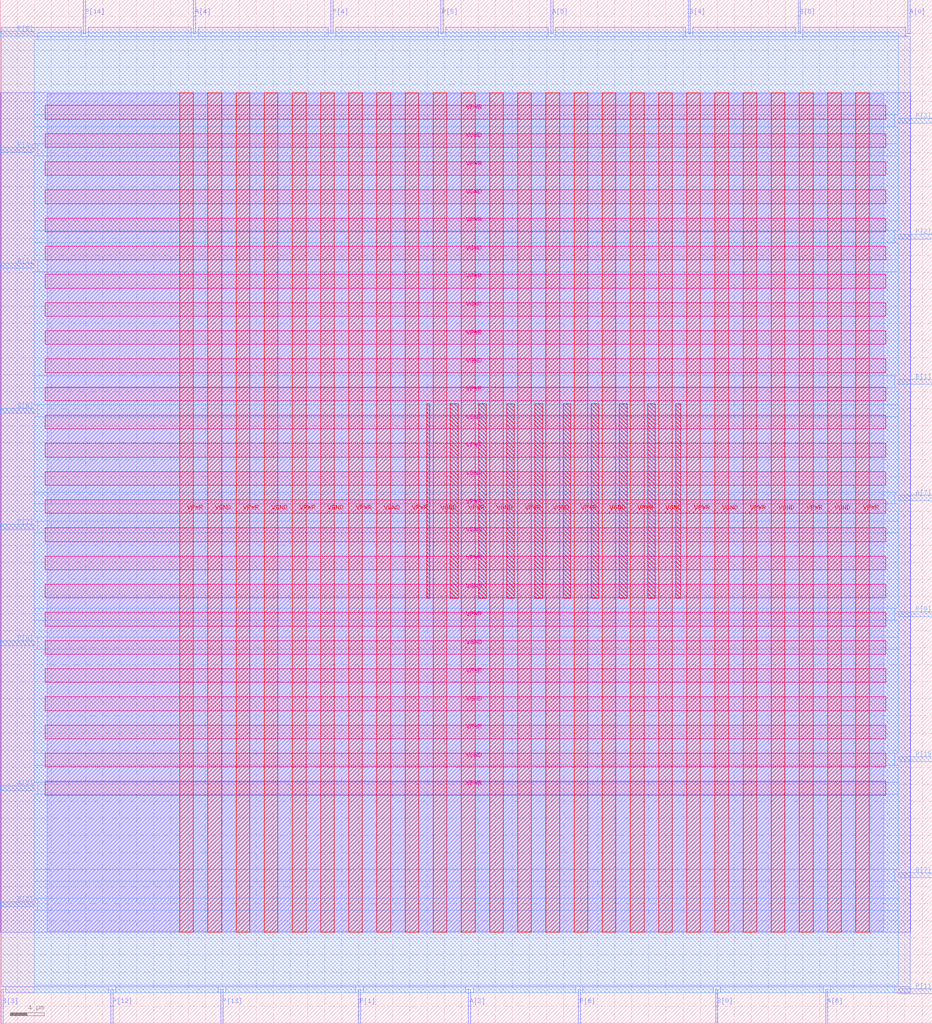
<source format=lef>
VERSION 5.7 ;
  NOWIREEXTENSIONATPIN ON ;
  DIVIDERCHAR "/" ;
  BUSBITCHARS "[]" ;
MACRO mbe
  CLASS BLOCK ;
  FOREIGN mbe ;
  ORIGIN 0.000 0.000 ;
  SIZE 109.195 BY 119.915 ;
  PIN A[0]
    DIRECTION INPUT ;
    USE SIGNAL ;
    ANTENNAGATEAREA 0.495000 ;
    PORT
      LAYER met2 ;
        RECT 106.350 115.915 106.630 119.915 ;
    END
  END A[0]
  PIN A[1]
    DIRECTION INPUT ;
    USE SIGNAL ;
    ANTENNAGATEAREA 0.196500 ;
    PORT
      LAYER met3 ;
        RECT 0.000 88.440 4.000 89.040 ;
    END
  END A[1]
  PIN A[2]
    DIRECTION INPUT ;
    USE SIGNAL ;
    ANTENNAGATEAREA 0.247500 ;
    PORT
      LAYER met3 ;
        RECT 0.000 27.240 4.000 27.840 ;
    END
  END A[2]
  PIN A[3]
    DIRECTION INPUT ;
    USE SIGNAL ;
    ANTENNAGATEAREA 0.213000 ;
    PORT
      LAYER met2 ;
        RECT 54.830 0.000 55.110 4.000 ;
    END
  END A[3]
  PIN A[4]
    DIRECTION INPUT ;
    USE SIGNAL ;
    ANTENNAGATEAREA 0.126000 ;
    PORT
      LAYER met2 ;
        RECT 22.630 115.915 22.910 119.915 ;
    END
  END A[4]
  PIN A[5]
    DIRECTION INPUT ;
    USE SIGNAL ;
    ANTENNAGATEAREA 0.196500 ;
    PORT
      LAYER met2 ;
        RECT 64.490 115.915 64.770 119.915 ;
    END
  END A[5]
  PIN A[6]
    DIRECTION INPUT ;
    USE SIGNAL ;
    ANTENNAGATEAREA 0.213000 ;
    PORT
      LAYER met2 ;
        RECT 96.690 0.000 96.970 4.000 ;
    END
  END A[6]
  PIN A[7]
    DIRECTION INPUT ;
    USE SIGNAL ;
    ANTENNAGATEAREA 0.159000 ;
    PORT
      LAYER met3 ;
        RECT 105.195 61.240 109.195 61.840 ;
    END
  END A[7]
  PIN B[0]
    DIRECTION INPUT ;
    USE SIGNAL ;
    ANTENNAGATEAREA 0.196500 ;
    PORT
      LAYER met2 ;
        RECT 83.810 0.000 84.090 4.000 ;
    END
  END B[0]
  PIN B[1]
    DIRECTION INPUT ;
    USE SIGNAL ;
    ANTENNAGATEAREA 0.213000 ;
    PORT
      LAYER met3 ;
        RECT 105.195 74.840 109.195 75.440 ;
    END
  END B[1]
  PIN B[2]
    DIRECTION INPUT ;
    USE SIGNAL ;
    ANTENNAGATEAREA 0.159000 ;
    PORT
      LAYER met3 ;
        RECT 0.000 13.640 4.000 14.240 ;
    END
  END B[2]
  PIN B[3]
    DIRECTION INPUT ;
    USE SIGNAL ;
    ANTENNAGATEAREA 0.159000 ;
    PORT
      LAYER met2 ;
        RECT 0.090 0.000 0.370 4.000 ;
    END
  END B[3]
  PIN B[4]
    DIRECTION INPUT ;
    USE SIGNAL ;
    ANTENNAGATEAREA 0.196500 ;
    PORT
      LAYER met2 ;
        RECT 80.590 115.915 80.870 119.915 ;
    END
  END B[4]
  PIN B[5]
    DIRECTION INPUT ;
    USE SIGNAL ;
    ANTENNAGATEAREA 0.159000 ;
    PORT
      LAYER met2 ;
        RECT 93.470 115.915 93.750 119.915 ;
    END
  END B[5]
  PIN B[6]
    DIRECTION INPUT ;
    USE SIGNAL ;
    ANTENNAGATEAREA 0.213000 ;
    PORT
      LAYER met3 ;
        RECT 0.000 71.440 4.000 72.040 ;
    END
  END B[6]
  PIN B[7]
    DIRECTION INPUT ;
    USE SIGNAL ;
    ANTENNAGATEAREA 0.196500 ;
    PORT
      LAYER met3 ;
        RECT 105.195 17.040 109.195 17.640 ;
    END
  END B[7]
  PIN P[0]
    DIRECTION OUTPUT TRISTATE ;
    USE SIGNAL ;
    ANTENNADIFFAREA 0.795200 ;
    PORT
      LAYER met3 ;
        RECT 0.000 44.240 4.000 44.840 ;
    END
  END P[0]
  PIN P[10]
    DIRECTION OUTPUT TRISTATE ;
    USE SIGNAL ;
    ANTENNADIFFAREA 0.795200 ;
    PORT
      LAYER met3 ;
        RECT 0.000 102.040 4.000 102.640 ;
    END
  END P[10]
  PIN P[11]
    DIRECTION OUTPUT TRISTATE ;
    USE SIGNAL ;
    ANTENNADIFFAREA 0.795200 ;
    PORT
      LAYER met3 ;
        RECT 105.195 3.440 109.195 4.040 ;
    END
  END P[11]
  PIN P[12]
    DIRECTION OUTPUT TRISTATE ;
    USE SIGNAL ;
    ANTENNADIFFAREA 0.795200 ;
    PORT
      LAYER met2 ;
        RECT 12.970 0.000 13.250 4.000 ;
    END
  END P[12]
  PIN P[13]
    DIRECTION OUTPUT TRISTATE ;
    USE SIGNAL ;
    ANTENNADIFFAREA 0.795200 ;
    PORT
      LAYER met2 ;
        RECT 25.850 0.000 26.130 4.000 ;
    END
  END P[13]
  PIN P[14]
    DIRECTION OUTPUT TRISTATE ;
    USE SIGNAL ;
    ANTENNADIFFAREA 0.445500 ;
    PORT
      LAYER met2 ;
        RECT 9.750 115.915 10.030 119.915 ;
    END
  END P[14]
  PIN P[15]
    DIRECTION OUTPUT TRISTATE ;
    USE SIGNAL ;
    ANTENNADIFFAREA 0.891000 ;
    PORT
      LAYER met3 ;
        RECT 105.195 30.640 109.195 31.240 ;
    END
  END P[15]
  PIN P[1]
    DIRECTION OUTPUT TRISTATE ;
    USE SIGNAL ;
    ANTENNADIFFAREA 0.795200 ;
    PORT
      LAYER met2 ;
        RECT 41.950 0.000 42.230 4.000 ;
    END
  END P[1]
  PIN P[2]
    DIRECTION OUTPUT TRISTATE ;
    USE SIGNAL ;
    ANTENNADIFFAREA 0.445500 ;
    PORT
      LAYER met3 ;
        RECT 105.195 91.840 109.195 92.440 ;
    END
  END P[2]
  PIN P[3]
    DIRECTION OUTPUT TRISTATE ;
    USE SIGNAL ;
    ANTENNADIFFAREA 0.445500 ;
    PORT
      LAYER met3 ;
        RECT 105.195 105.440 109.195 106.040 ;
    END
  END P[3]
  PIN P[4]
    DIRECTION OUTPUT TRISTATE ;
    USE SIGNAL ;
    ANTENNADIFFAREA 0.795200 ;
    PORT
      LAYER met2 ;
        RECT 38.730 115.915 39.010 119.915 ;
    END
  END P[4]
  PIN P[5]
    DIRECTION OUTPUT TRISTATE ;
    USE SIGNAL ;
    ANTENNADIFFAREA 0.445500 ;
    PORT
      LAYER met2 ;
        RECT 51.610 115.915 51.890 119.915 ;
    END
  END P[5]
  PIN P[6]
    DIRECTION OUTPUT TRISTATE ;
    USE SIGNAL ;
    ANTENNADIFFAREA 0.795200 ;
    PORT
      LAYER met2 ;
        RECT 67.710 0.000 67.990 4.000 ;
    END
  END P[6]
  PIN P[7]
    DIRECTION OUTPUT TRISTATE ;
    USE SIGNAL ;
    ANTENNADIFFAREA 0.795200 ;
    PORT
      LAYER met3 ;
        RECT 0.000 57.840 4.000 58.440 ;
    END
  END P[7]
  PIN P[8]
    DIRECTION OUTPUT TRISTATE ;
    USE SIGNAL ;
    ANTENNADIFFAREA 0.795200 ;
    PORT
      LAYER met3 ;
        RECT 0.000 115.640 4.000 116.240 ;
    END
  END P[8]
  PIN P[9]
    DIRECTION OUTPUT TRISTATE ;
    USE SIGNAL ;
    ANTENNADIFFAREA 0.795200 ;
    PORT
      LAYER met3 ;
        RECT 105.195 47.640 109.195 48.240 ;
    END
  END P[9]
  PIN VGND
    DIRECTION INOUT ;
    USE GROUND ;
    PORT
      LAYER met4 ;
        RECT 24.340 10.640 25.940 109.040 ;
    END
    PORT
      LAYER met4 ;
        RECT 30.940 10.640 32.540 109.040 ;
    END
    PORT
      LAYER met4 ;
        RECT 37.540 10.640 39.140 109.040 ;
    END
    PORT
      LAYER met4 ;
        RECT 44.140 10.640 45.740 109.040 ;
    END
    PORT
      LAYER met4 ;
        RECT 50.740 10.640 52.340 109.040 ;
    END
    PORT
      LAYER met4 ;
        RECT 57.340 10.640 58.940 109.040 ;
    END
    PORT
      LAYER met4 ;
        RECT 63.940 10.640 65.540 109.040 ;
    END
    PORT
      LAYER met4 ;
        RECT 70.540 10.640 72.140 109.040 ;
    END
    PORT
      LAYER met4 ;
        RECT 77.140 10.640 78.740 109.040 ;
    END
    PORT
      LAYER met4 ;
        RECT 83.740 10.640 85.340 109.040 ;
    END
    PORT
      LAYER met4 ;
        RECT 90.340 10.640 91.940 109.040 ;
    END
    PORT
      LAYER met4 ;
        RECT 96.940 10.640 98.540 109.040 ;
    END
    PORT
      LAYER met5 ;
        RECT 5.280 30.030 103.740 31.630 ;
    END
    PORT
      LAYER met5 ;
        RECT 5.280 36.630 103.740 38.230 ;
    END
    PORT
      LAYER met5 ;
        RECT 5.280 43.230 103.740 44.830 ;
    END
    PORT
      LAYER met5 ;
        RECT 5.280 49.830 103.740 51.430 ;
    END
    PORT
      LAYER met5 ;
        RECT 5.280 56.430 103.740 58.030 ;
    END
    PORT
      LAYER met5 ;
        RECT 5.280 63.030 103.740 64.630 ;
    END
    PORT
      LAYER met5 ;
        RECT 5.280 69.630 103.740 71.230 ;
    END
    PORT
      LAYER met5 ;
        RECT 5.280 76.230 103.740 77.830 ;
    END
    PORT
      LAYER met5 ;
        RECT 5.280 82.830 103.740 84.430 ;
    END
    PORT
      LAYER met5 ;
        RECT 5.280 89.430 103.740 91.030 ;
    END
    PORT
      LAYER met5 ;
        RECT 5.280 96.030 103.740 97.630 ;
    END
    PORT
      LAYER met5 ;
        RECT 5.280 102.630 103.740 104.230 ;
    END
  END VGND
  PIN VPWR
    DIRECTION INOUT ;
    USE POWER ;
    PORT
      LAYER met4 ;
        RECT 21.040 10.640 22.640 109.040 ;
    END
    PORT
      LAYER met4 ;
        RECT 27.640 10.640 29.240 109.040 ;
    END
    PORT
      LAYER met4 ;
        RECT 34.240 10.640 35.840 109.040 ;
    END
    PORT
      LAYER met4 ;
        RECT 40.840 10.640 42.440 109.040 ;
    END
    PORT
      LAYER met4 ;
        RECT 47.440 10.640 49.040 109.040 ;
    END
    PORT
      LAYER met4 ;
        RECT 54.040 10.640 55.640 109.040 ;
    END
    PORT
      LAYER met4 ;
        RECT 60.640 10.640 62.240 109.040 ;
    END
    PORT
      LAYER met4 ;
        RECT 67.240 10.640 68.840 109.040 ;
    END
    PORT
      LAYER met4 ;
        RECT 73.840 10.640 75.440 109.040 ;
    END
    PORT
      LAYER met4 ;
        RECT 80.440 10.640 82.040 109.040 ;
    END
    PORT
      LAYER met4 ;
        RECT 87.040 10.640 88.640 109.040 ;
    END
    PORT
      LAYER met4 ;
        RECT 93.640 10.640 95.240 109.040 ;
    END
    PORT
      LAYER met4 ;
        RECT 100.240 10.640 101.840 109.040 ;
    END
    PORT
      LAYER met5 ;
        RECT 5.280 26.730 103.740 28.330 ;
    END
    PORT
      LAYER met5 ;
        RECT 5.280 33.330 103.740 34.930 ;
    END
    PORT
      LAYER met5 ;
        RECT 5.280 39.930 103.740 41.530 ;
    END
    PORT
      LAYER met5 ;
        RECT 5.280 46.530 103.740 48.130 ;
    END
    PORT
      LAYER met5 ;
        RECT 5.280 53.130 103.740 54.730 ;
    END
    PORT
      LAYER met5 ;
        RECT 5.280 59.730 103.740 61.330 ;
    END
    PORT
      LAYER met5 ;
        RECT 5.280 66.330 103.740 67.930 ;
    END
    PORT
      LAYER met5 ;
        RECT 5.280 72.930 103.740 74.530 ;
    END
    PORT
      LAYER met5 ;
        RECT 5.280 79.530 103.740 81.130 ;
    END
    PORT
      LAYER met5 ;
        RECT 5.280 86.130 103.740 87.730 ;
    END
    PORT
      LAYER met5 ;
        RECT 5.280 92.730 103.740 94.330 ;
    END
    PORT
      LAYER met5 ;
        RECT 5.280 99.330 103.740 100.930 ;
    END
    PORT
      LAYER met5 ;
        RECT 5.280 105.930 103.740 107.530 ;
    END
  END VPWR
  OBS
      LAYER li1 ;
        RECT 5.520 10.795 103.500 108.885 ;
      LAYER met1 ;
        RECT 0.070 10.640 106.650 109.040 ;
      LAYER met2 ;
        RECT 0.100 115.635 9.470 116.690 ;
        RECT 10.310 115.635 22.350 116.690 ;
        RECT 23.190 115.635 38.450 116.690 ;
        RECT 39.290 115.635 51.330 116.690 ;
        RECT 52.170 115.635 64.210 116.690 ;
        RECT 65.050 115.635 80.310 116.690 ;
        RECT 81.150 115.635 93.190 116.690 ;
        RECT 94.030 115.635 106.070 116.690 ;
        RECT 0.100 4.280 106.620 115.635 ;
        RECT 0.650 3.555 12.690 4.280 ;
        RECT 13.530 3.555 25.570 4.280 ;
        RECT 26.410 3.555 41.670 4.280 ;
        RECT 42.510 3.555 54.550 4.280 ;
        RECT 55.390 3.555 67.430 4.280 ;
        RECT 68.270 3.555 83.530 4.280 ;
        RECT 84.370 3.555 96.410 4.280 ;
        RECT 97.250 3.555 106.620 4.280 ;
      LAYER met3 ;
        RECT 4.400 115.240 105.195 116.105 ;
        RECT 3.990 106.440 105.195 115.240 ;
        RECT 3.990 105.040 104.795 106.440 ;
        RECT 3.990 103.040 105.195 105.040 ;
        RECT 4.400 101.640 105.195 103.040 ;
        RECT 3.990 92.840 105.195 101.640 ;
        RECT 3.990 91.440 104.795 92.840 ;
        RECT 3.990 89.440 105.195 91.440 ;
        RECT 4.400 88.040 105.195 89.440 ;
        RECT 3.990 75.840 105.195 88.040 ;
        RECT 3.990 74.440 104.795 75.840 ;
        RECT 3.990 72.440 105.195 74.440 ;
        RECT 4.400 71.040 105.195 72.440 ;
        RECT 3.990 62.240 105.195 71.040 ;
        RECT 3.990 60.840 104.795 62.240 ;
        RECT 3.990 58.840 105.195 60.840 ;
        RECT 4.400 57.440 105.195 58.840 ;
        RECT 3.990 48.640 105.195 57.440 ;
        RECT 3.990 47.240 104.795 48.640 ;
        RECT 3.990 45.240 105.195 47.240 ;
        RECT 4.400 43.840 105.195 45.240 ;
        RECT 3.990 31.640 105.195 43.840 ;
        RECT 3.990 30.240 104.795 31.640 ;
        RECT 3.990 28.240 105.195 30.240 ;
        RECT 4.400 26.840 105.195 28.240 ;
        RECT 3.990 18.040 105.195 26.840 ;
        RECT 3.990 16.640 104.795 18.040 ;
        RECT 3.990 14.640 105.195 16.640 ;
        RECT 4.400 13.240 105.195 14.640 ;
        RECT 3.990 4.440 105.195 13.240 ;
        RECT 3.990 3.575 104.795 4.440 ;
      LAYER met4 ;
        RECT 49.975 49.815 50.340 72.585 ;
        RECT 52.740 49.815 53.640 72.585 ;
        RECT 56.040 49.815 56.940 72.585 ;
        RECT 59.340 49.815 60.240 72.585 ;
        RECT 62.640 49.815 63.540 72.585 ;
        RECT 65.940 49.815 66.840 72.585 ;
        RECT 69.240 49.815 70.140 72.585 ;
        RECT 72.540 49.815 73.440 72.585 ;
        RECT 75.840 49.815 76.740 72.585 ;
        RECT 79.140 49.815 79.745 72.585 ;
  END
END mbe
END LIBRARY


</source>
